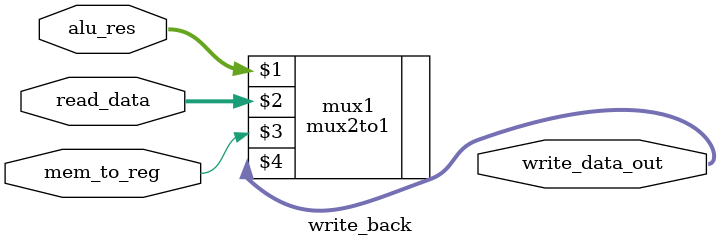
<source format=v>
`include "mux.v"

module write_back (

    input mem_to_reg,
    input [31:0] alu_res,
    input [31:0] read_data,

    output [31:0] write_data_out

);

    // Write your code below.

    mux2to1 #(32) mux1(alu_res, read_data, mem_to_reg, write_data_out);

endmodule

</source>
